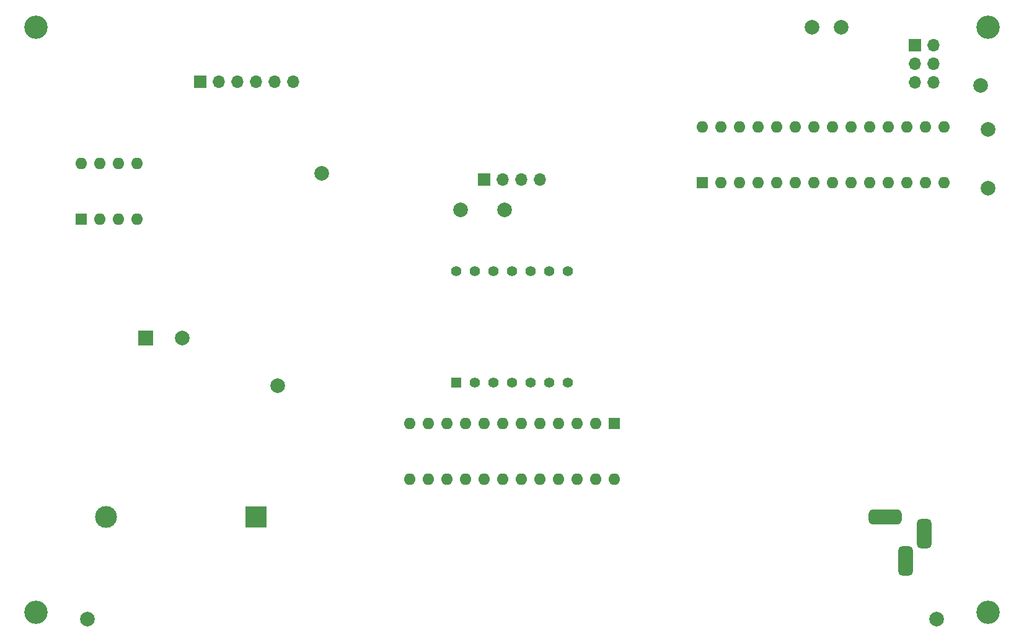
<source format=gbr>
%TF.GenerationSoftware,KiCad,Pcbnew,(6.0.5-0)*%
%TF.CreationDate,2022-07-20T20:00:40-04:00*%
%TF.ProjectId,raaid_clock_final,72616169-645f-4636-9c6f-636b5f66696e,rev?*%
%TF.SameCoordinates,PX4c4b400PY8a48640*%
%TF.FileFunction,Soldermask,Bot*%
%TF.FilePolarity,Negative*%
%FSLAX46Y46*%
G04 Gerber Fmt 4.6, Leading zero omitted, Abs format (unit mm)*
G04 Created by KiCad (PCBNEW (6.0.5-0)) date 2022-07-20 20:00:40*
%MOMM*%
%LPD*%
G01*
G04 APERTURE LIST*
G04 Aperture macros list*
%AMRoundRect*
0 Rectangle with rounded corners*
0 $1 Rounding radius*
0 $2 $3 $4 $5 $6 $7 $8 $9 X,Y pos of 4 corners*
0 Add a 4 corners polygon primitive as box body*
4,1,4,$2,$3,$4,$5,$6,$7,$8,$9,$2,$3,0*
0 Add four circle primitives for the rounded corners*
1,1,$1+$1,$2,$3*
1,1,$1+$1,$4,$5*
1,1,$1+$1,$6,$7*
1,1,$1+$1,$8,$9*
0 Add four rect primitives between the rounded corners*
20,1,$1+$1,$2,$3,$4,$5,0*
20,1,$1+$1,$4,$5,$6,$7,0*
20,1,$1+$1,$6,$7,$8,$9,0*
20,1,$1+$1,$8,$9,$2,$3,0*%
G04 Aperture macros list end*
%ADD10C,3.200000*%
%ADD11C,2.000000*%
%ADD12R,2.000000X2.000000*%
%ADD13R,1.700000X1.700000*%
%ADD14O,1.700000X1.700000*%
%ADD15R,1.600000X1.600000*%
%ADD16O,1.600000X1.600000*%
%ADD17R,1.400000X1.400000*%
%ADD18C,1.400000*%
%ADD19R,3.000000X3.000000*%
%ADD20C,3.000000*%
%ADD21RoundRect,0.500000X1.750000X0.500000X-1.750000X0.500000X-1.750000X-0.500000X1.750000X-0.500000X0*%
%ADD22RoundRect,0.500000X-0.500000X1.500000X-0.500000X-1.500000X0.500000X-1.500000X0.500000X1.500000X0*%
G04 APERTURE END LIST*
D10*
%TO.C,H4*%
X135000000Y5000000D03*
%TD*%
D11*
%TO.C,TP3*%
X12000000Y4000000D03*
%TD*%
%TO.C,TP11*%
X111000000Y85000000D03*
%TD*%
D12*
%TO.C,BZ1*%
X20000000Y42500000D03*
D11*
X25000000Y42500000D03*
%TD*%
%TO.C,TP8*%
X69000000Y60000000D03*
%TD*%
D13*
%TO.C,U4*%
X66190000Y64150000D03*
D14*
X68730000Y64150000D03*
X71270000Y64150000D03*
X73810000Y64150000D03*
%TD*%
D15*
%TO.C,U5*%
X11200000Y58700000D03*
D16*
X13740000Y58700000D03*
X16280000Y58700000D03*
X18820000Y58700000D03*
X18820000Y66320000D03*
X16280000Y66320000D03*
X13740000Y66320000D03*
X11200000Y66320000D03*
%TD*%
D11*
%TO.C,TP7*%
X38000000Y36000000D03*
%TD*%
%TO.C,TP1*%
X135000000Y63000000D03*
%TD*%
%TO.C,TP6*%
X63000000Y60000000D03*
%TD*%
%TO.C,TP9*%
X44000000Y65000000D03*
%TD*%
D15*
%TO.C,U1*%
X96000000Y63700000D03*
D16*
X98540000Y63700000D03*
X101080000Y63700000D03*
X103620000Y63700000D03*
X106160000Y63700000D03*
X108700000Y63700000D03*
X111240000Y63700000D03*
X113780000Y63700000D03*
X116320000Y63700000D03*
X118860000Y63700000D03*
X121400000Y63700000D03*
X123940000Y63700000D03*
X126480000Y63700000D03*
X129020000Y63700000D03*
X129020000Y71320000D03*
X126480000Y71320000D03*
X123940000Y71320000D03*
X121400000Y71320000D03*
X118860000Y71320000D03*
X116320000Y71320000D03*
X113780000Y71320000D03*
X111240000Y71320000D03*
X108700000Y71320000D03*
X106160000Y71320000D03*
X103620000Y71320000D03*
X101080000Y71320000D03*
X98540000Y71320000D03*
X96000000Y71320000D03*
%TD*%
D10*
%TO.C,H2*%
X135000000Y85000000D03*
%TD*%
%TO.C,H3*%
X5000000Y5000000D03*
%TD*%
%TO.C,H1*%
X5000000Y85000000D03*
%TD*%
D11*
%TO.C,TP10*%
X115000000Y85000000D03*
%TD*%
D15*
%TO.C,U3*%
X83975000Y30800000D03*
D16*
X81435000Y30800000D03*
X78895000Y30800000D03*
X76355000Y30800000D03*
X73815000Y30800000D03*
X71275000Y30800000D03*
X68735000Y30800000D03*
X66195000Y30800000D03*
X63655000Y30800000D03*
X61115000Y30800000D03*
X58575000Y30800000D03*
X56035000Y30800000D03*
X56035000Y23180000D03*
X58575000Y23180000D03*
X61115000Y23180000D03*
X63655000Y23180000D03*
X66195000Y23180000D03*
X68735000Y23180000D03*
X71275000Y23180000D03*
X73815000Y23180000D03*
X76355000Y23180000D03*
X78895000Y23180000D03*
X81435000Y23180000D03*
X83975000Y23180000D03*
%TD*%
D17*
%TO.C,DS1*%
X62380000Y36380000D03*
D18*
X64920000Y36380000D03*
X67460000Y36380000D03*
X70000000Y36380000D03*
X72540000Y36380000D03*
X75080000Y36380000D03*
X77620000Y36380000D03*
X77620000Y51620000D03*
X75080000Y51620000D03*
X72540000Y51620000D03*
X70000000Y51620000D03*
X67460000Y51620000D03*
X64920000Y51620000D03*
X62380000Y51620000D03*
%TD*%
D11*
%TO.C,TP4*%
X134000000Y77000000D03*
%TD*%
%TO.C,TP2*%
X135000000Y71000000D03*
%TD*%
D13*
%TO.C,J3*%
X125000000Y82540000D03*
D14*
X127540000Y82540000D03*
X125000000Y80000000D03*
X127540000Y80000000D03*
X125000000Y77460000D03*
X127540000Y77460000D03*
%TD*%
D11*
%TO.C,TP5*%
X128000000Y4000000D03*
%TD*%
D19*
%TO.C,BT1*%
X35000000Y18000016D03*
D20*
X14510000Y18000016D03*
%TD*%
D21*
%TO.C,J2*%
X121000000Y18000000D03*
D22*
X126300000Y15700000D03*
X123800000Y12000000D03*
%TD*%
D13*
%TO.C,J1*%
X27420000Y77500000D03*
D14*
X29960000Y77500000D03*
X32500000Y77500000D03*
X35040000Y77500000D03*
X37580000Y77500000D03*
X40120000Y77500000D03*
%TD*%
M02*

</source>
